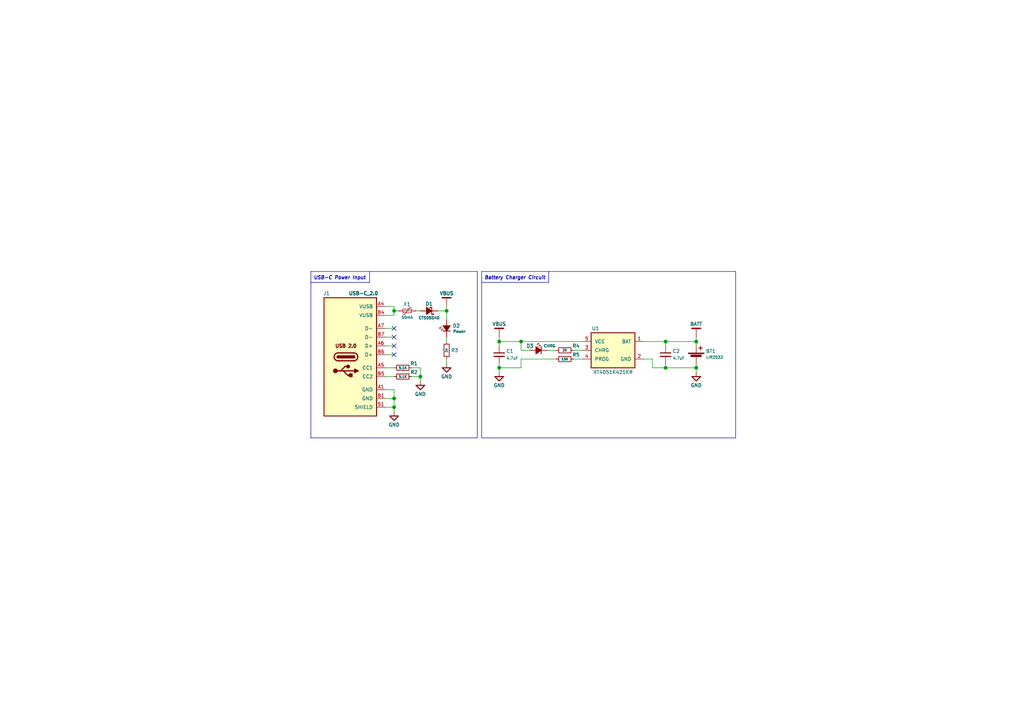
<source format=kicad_sch>
(kicad_sch (version 20210621) (generator eeschema)
  (paper "A4")
  (title_block (title "LIR2032 Battery Charger") (date "2021-11-15") (rev "2") (company "Curious Design Labs | Hojadurdy Durdygylyjov") (comment 1 "Charger for Single LIR2032 Li-Ion Coin Cell Battery") (comment 2 "CC BY-SA 4.0"))
  (lib_symbols
    (symbol "HDLib_Connector:USB-C_2.0" (pin_names (offset 1.016))
      (property "Reference" "J" (at -6.87 17.782 0))
      (property "Value" "USB-C_2.0" (at 5.196 17.839 0))
      (symbol "USB-C_2.0_0_0"
        (text "USB 2.0" (at -1.27 2.54 0) (effects (font (size 0.9906 0.9906) (thickness 20147.6968) bold)))
      )
      (symbol "USB-C_2.0_0_1"
        (rectangle (start -7.62 16.51) (end 7.62 -17.78) (stroke (width 0.3)) (fill (type background)))
        (circle (center -4.318 -4.699) (radius 0.508) (stroke (width 0.3556)) (fill (type outline)))
        (arc (start -3.556 -0.254) (mid -3.937 -0.635) (end -3.556 -1.016) (fill (type outline)))
        (arc (start -3.556 0.508) (mid -4.699 -0.635) (end -3.556 -1.778) (stroke (width 0.3556)))
        (circle (center -0.635 -3.429) (radius 0.381) (stroke (width 0.3556)) (fill (type outline)))
        (polyline (pts (xy -4.318 -4.699) (xy 1.27 -4.699)) (stroke (width 0.3556)))
        (polyline (pts (xy -3.556 0.508) (xy 1.016 0.508)) (stroke (width 0.3556)))
        (polyline (pts (xy -2.794 -4.699) (xy -1.524 -3.429)) (stroke (width 0.3556)))
        (polyline (pts (xy -1.524 -3.429) (xy -0.762 -3.429)) (stroke (width 0.3556)))
        (polyline (pts (xy -0.762 -5.969) (xy -2.032 -4.699)) (stroke (width 0.3556)))
        (polyline (pts (xy -0.762 -5.969) (xy 0 -5.969)) (stroke (width 0.3556)))
        (polyline (pts (xy 1.016 -1.778) (xy -3.556 -1.778)) (stroke (width 0.3556)))
        (polyline (pts (xy 1.27 -4.699) (xy 1.27 -5.207) (xy 2.286 -4.699) (xy 1.27 -4.191) (xy 1.27 -4.699)) (stroke (width 0.3556)) (fill (type outline)))
        (rectangle (start 0.508 -5.588) (end -0.254 -6.35) (stroke (width 0.3556)) (fill (type outline)))
        (arc (start 1.016 -1.778) (mid 2.159 -0.635) (end 1.016 0.508) (stroke (width 0.3556)))
        (arc (start 1.016 -1.016) (mid 1.397 -0.635) (end 1.016 -0.254) (fill (type outline)))
        (rectangle (start 1.016 -0.254) (end -3.556 -1.016) (fill (type outline)))
      )
      (symbol "USB-C_2.0_1_1"
        (pin power_in line (at 10.16 -10.16 180) (length 2.54) (name "GND") (number "A1"))
        (pin power_in line (at 10.16 13.97 180) (length 2.54) (name "VUSB") (number "A4"))
        (pin bidirectional line (at 10.16 -3.81 180) (length 2.54) (name "CC1") (number "A5"))
        (pin bidirectional line (at 10.16 2.54 180) (length 2.54) (name "D+") (number "A6"))
        (pin bidirectional line (at 10.16 7.62 180) (length 2.54) (name "D-") (number "A7"))
        (pin no_connect line (at -2.54 -20.32 90) (length 2.54) hide (name "SBU1") (number "A8"))
        (pin power_in line (at 10.16 -12.7 180) (length 2.54) (name "GND") (number "B1"))
        (pin power_in line (at 10.16 11.43 180) (length 2.54) (name "VUSB") (number "B4"))
        (pin bidirectional line (at 10.16 -6.35 180) (length 2.54) (name "CC2") (number "B5"))
        (pin bidirectional line (at 10.16 0 180) (length 2.54) (name "D+") (number "B6"))
        (pin bidirectional line (at 10.16 5.08 180) (length 2.54) (name "D-") (number "B7"))
        (pin no_connect line (at -5.08 -20.32 90) (length 2.54) hide (name "SBU2") (number "B8"))
        (pin passive line (at 10.16 -15.24 180) (length 2.54) (name "SHIELD") (number "S1"))
      )
    )
    (symbol "HDLib_Device:Battery_Cell" (pin_numbers hide) (pin_names (offset 0) hide)
      (property "Reference" "BT" (at 2.794 2.286 0))
      (property "Value" "Battery_Cell" (at 2.794 0.254 0))
      (symbol "Battery_Cell_0_1"
        (rectangle (start -2.286 0.508) (end 2.286 0.254) (fill (type outline)))
        (rectangle (start -1.5748 -0.0762) (end 1.4732 -0.5842) (fill (type outline)))
        (polyline (pts (xy 0.762 1.905) (xy 1.778 1.905)) (stroke (width 0.254)))
        (polyline (pts (xy 1.27 2.413) (xy 1.27 1.397)) (stroke (width 0.254)))
      )
      (symbol "Battery_Cell_1_1"
        (pin passive line (at 0 2.54 270) (length 2.2) (name "+") (number "1"))
        (pin passive line (at 0 -2.54 90) (length 2.2) (name "-") (number "2"))
      )
    )
    (symbol "HDLib_Device:D_Schottky" (pin_numbers hide) (pin_names (offset 0.254) hide)
      (property "Reference" "D" (at 0 2.54 0))
      (property "Value" "D_Schottky" (at 0 -2.54 0))
      (symbol "D_Schottky_0_1"
        (polyline (pts (xy 0.762 0) (xy -0.762 0)))
        (polyline (pts (xy -0.762 1.016) (xy 0.762 0) (xy -0.762 -1.016) (xy -0.762 1.016)) (stroke (width 0.254)) (fill (type outline)))
        (polyline (pts (xy 1.27 -0.762) (xy 1.27 -1.016) (xy 0.762 -1.016) (xy 0.762 1.016) (xy 0.254 1.016) (xy 0.254 0.762)) (stroke (width 0.254)))
      )
      (symbol "D_Schottky_1_1"
        (pin passive line (at 2.54 0 180) (length 1.778) (name "K") (number "1"))
        (pin passive line (at -2.54 0 0) (length 1.778) (name "A") (number "2"))
      )
    )
    (symbol "HDLib_Device:Polyfuse_Small" (pin_numbers hide) (pin_names (offset 0))
      (property "Reference" "F" (at 0 1.905 0))
      (property "Value" "Polyfuse_Small" (at 0 -1.905 0))
      (symbol "Polyfuse_Small_0_1"
        (polyline (pts (xy 2.54 0) (xy -2.54 0)))
        (polyline (pts (xy 1.27 1.016) (xy 0.762 1.016) (xy -0.762 -1.016) (xy -1.27 -1.016)))
        (rectangle (start 1.27 0.508) (end -1.27 -0.508))
      )
      (symbol "Polyfuse_Small_1_1"
        (pin passive line (at 2.54 0 180) (length 0.635) (name "~") (number "1"))
        (pin passive line (at -2.54 0 0) (length 0.635) (name "~") (number "2"))
      )
    )
    (symbol "HDLib_LED:LED_Small" (pin_numbers hide) (pin_names (offset 0.254) hide)
      (property "Reference" "D" (at 0 3.81 0))
      (property "Value" "LED_Small" (at 0 -2.54 0))
      (symbol "LED_Small_0_1"
        (polyline (pts (xy -0.762 -1.016) (xy -0.762 1.016)) (stroke (width 0.254)))
        (polyline (pts (xy 1.016 0) (xy -0.762 0)))
        (polyline (pts (xy 0.762 -1.016) (xy -0.762 0) (xy 0.762 1.016) (xy 0.762 -1.016)) (stroke (width 0.254)) (fill (type outline)))
        (polyline (pts (xy 0 1.016) (xy -0.508 1.524) (xy -0.254 1.524) (xy -0.508 1.524) (xy -0.508 1.27)))
        (polyline (pts (xy 0.508 1.524) (xy 0 2.032) (xy 0.254 2.032) (xy 0 2.032) (xy 0 1.778)))
      )
      (symbol "LED_Small_1_1"
        (pin passive line (at -2.54 0 0) (length 1.778) (name "K") (number "1"))
        (pin passive line (at 2.54 0 180) (length 1.778) (name "A") (number "2"))
      )
    )
    (symbol "HDLib_PMIC:XT4051K421KR" (pin_names (offset 1))
      (property "Reference" "U" (at -5.08 6.35 0))
      (property "Value" "XT4051K421KR" (at 0 -6.35 0))
      (symbol "XT4051K421KR_0_1"
        (rectangle (start -6.35 5.08) (end 6.35 -5.08) (stroke (width 0.3)) (fill (type background)))
      )
      (symbol "XT4051K421KR_1_1"
        (pin power_out line (at 8.89 2.54 180) (length 2.54) (name "BAT") (number "1"))
        (pin power_in line (at 8.89 -2.54 180) (length 2.54) (name "GND") (number "2"))
        (pin open_collector line (at -8.89 0 0) (length 2.54) (name "CHRG") (number "3"))
        (pin passive line (at -8.89 -2.54 0) (length 2.54) (name "PROG") (number "4"))
        (pin power_in line (at -8.89 2.54 0) (length 2.54) (name "VCC") (number "5"))
      )
    )
    (symbol "HDLib_Passives:C_Small" (pin_numbers hide) (pin_names (offset 0.254) hide)
      (property "Reference" "C" (at 2.032 1.016 0))
      (property "Value" "C_Small" (at 2.0828 -1.016 0))
      (symbol "C_Small_0_1"
        (polyline (pts (xy -1.524 -0.508) (xy 1.524 -0.508)) (stroke (width 0.3302)))
        (polyline (pts (xy -1.524 0.508) (xy 1.524 0.508)) (stroke (width 0.3048)))
      )
      (symbol "C_Small_1_1"
        (pin passive line (at 0 2.54 270) (length 2.032) (name "~") (number "1"))
        (pin passive line (at 0 -2.54 90) (length 2.032) (name "~") (number "2"))
      )
    )
    (symbol "HDLib_Passives:R_Small" (pin_numbers hide) (pin_names (offset 0.254) hide)
      (property "Reference" "R" (at 1.27 0 0))
      (property "Value" "R_Small" (at 0 0 90))
      (symbol "R_Small_0_1"
        (rectangle (start -0.762 1.778) (end 0.762 -1.778) (stroke (width 0.2032)))
      )
      (symbol "R_Small_1_1"
        (pin passive line (at 0 2.54 270) (length 0.762) (name "~") (number "1"))
        (pin passive line (at 0 -2.54 90) (length 0.762) (name "~") (number "2"))
      )
    )
    (symbol "HDLib_PowerSymbol:BATT" (power) (pin_names (offset 0))
      (property "Value" "BATT" (at 0 3.81 0))
      (symbol "BATT_0_1"
        (polyline (pts (xy -1.27 2.54) (xy 0 2.54)) (stroke (width 0.4)))
        (polyline (pts (xy 0 0) (xy 0 2.54)))
        (polyline (pts (xy 0 2.54) (xy 1.27 2.54)) (stroke (width 0.4)))
      )
      (symbol "BATT_1_1"
        (pin power_in line (at 0 0 90) (length 0) hide (name "BATT") (number "1"))
      )
    )
    (symbol "HDLib_PowerSymbol:GND" (power) (pin_names (offset 0))
      (property "Value" "GND" (at 0 -3.81 0))
      (symbol "GND_0_1"
        (polyline (pts (xy 0 -1.27) (xy 0 0)))
        (polyline (pts (xy 0 -1.27) (xy 0 -1.27) (xy 1.27 -1.27) (xy 0 -2.54) (xy -1.27 -1.27) (xy 0 -1.27)) (stroke (width 0.3)))
      )
      (symbol "GND_1_1"
        (pin power_in line (at 0 0 270) (length 0) hide (name "GND") (number "1"))
      )
    )
    (symbol "HDLib_PowerSymbol:VBUS" (power) (pin_names (offset 0))
      (property "Value" "VBUS" (at 0 3.81 0))
      (symbol "VBUS_0_1"
        (polyline (pts (xy -1.27 2.54) (xy 0 2.54)) (stroke (width 0.4)))
        (polyline (pts (xy 0 0) (xy 0 2.54)))
        (polyline (pts (xy 0 2.54) (xy 1.27 2.54)) (stroke (width 0.4)))
      )
      (symbol "VBUS_1_1"
        (pin power_in line (at 0 0 90) (length 0) hide (name "VBUS") (number "1"))
      )
    )
  )
  (junction (at 193.04 99.06))
  (junction (at 114.3 118.11))
  (junction (at 193.04 106.68))
  (junction (at 114.3 115.57))
  (junction (at 144.78 106.68))
  (junction (at 201.93 99.06))
  (junction (at 129.54 90.17))
  (junction (at 201.93 106.68))
  (junction (at 121.92 109.22))
  (junction (at 114.3 90.17))
  (junction (at 144.78 99.06))
  (junction (at 151.13 99.06))
  (no_connect (at 114.3 97.79))
  (no_connect (at 114.3 102.87))
  (no_connect (at 114.3 95.25))
  (no_connect (at 114.3 100.33))
  (wire (pts (xy 193.04 106.68) (xy 201.93 106.68)))
  (wire (pts (xy 161.29 104.14) (xy 151.13 104.14)))
  (wire (pts (xy 151.13 104.14) (xy 151.13 106.68)))
  (wire (pts (xy 151.13 106.68) (xy 144.78 106.68)))
  (wire (pts (xy 151.13 99.06) (xy 168.91 99.06)))
  (wire (pts (xy 114.3 90.17) (xy 115.57 90.17)))
  (wire (pts (xy 144.78 99.06) (xy 151.13 99.06)))
  (polyline (pts (xy 138.43 78.74) (xy 138.43 127)) (stroke (width 0.152) (type solid)))
  (wire (pts (xy 129.54 90.17) (xy 129.54 92.71)))
  (wire (pts (xy 129.54 88.9) (xy 129.54 90.17)))
  (wire (pts (xy 201.93 105.41) (xy 201.93 106.68)))
  (wire (pts (xy 201.93 106.68) (xy 201.93 107.95)))
  (wire (pts (xy 111.76 106.68) (xy 114.3 106.68)))
  (wire (pts (xy 127 90.17) (xy 129.54 90.17)))
  (polyline (pts (xy 90.17 127) (xy 90.17 78.74)) (stroke (width 0.152) (type solid)))
  (polyline (pts (xy 213.36 127) (xy 139.7 127)) (stroke (width 0.152) (type solid)))
  (wire (pts (xy 114.3 118.11) (xy 114.3 119.38)))
  (wire (pts (xy 111.76 118.11) (xy 114.3 118.11)))
  (wire (pts (xy 193.04 105.41) (xy 193.04 106.68)))
  (wire (pts (xy 158.75 101.6) (xy 161.29 101.6)))
  (wire (pts (xy 151.13 101.6) (xy 151.13 99.06)))
  (wire (pts (xy 153.67 101.6) (xy 151.13 101.6)))
  (wire (pts (xy 111.76 115.57) (xy 114.3 115.57)))
  (wire (pts (xy 114.3 115.57) (xy 114.3 118.11)))
  (wire (pts (xy 166.37 104.14) (xy 168.91 104.14)))
  (wire (pts (xy 111.76 91.44) (xy 114.3 91.44)))
  (wire (pts (xy 114.3 90.17) (xy 114.3 91.44)))
  (wire (pts (xy 114.3 88.9) (xy 114.3 90.17)))
  (polyline (pts (xy 138.43 127) (xy 90.17 127)) (stroke (width 0.152) (type solid)))
  (polyline (pts (xy 213.36 78.74) (xy 213.36 127)) (stroke (width 0.152) (type solid)))
  (wire (pts (xy 111.76 97.79) (xy 114.3 97.79)))
  (wire (pts (xy 111.76 95.25) (xy 114.3 95.25)))
  (wire (pts (xy 129.54 97.79) (xy 129.54 99.06)))
  (wire (pts (xy 193.04 99.06) (xy 193.04 100.33)))
  (wire (pts (xy 111.76 102.87) (xy 114.3 102.87)))
  (wire (pts (xy 120.65 90.17) (xy 121.92 90.17)))
  (wire (pts (xy 111.76 100.33) (xy 114.3 100.33)))
  (wire (pts (xy 186.69 99.06) (xy 193.04 99.06)))
  (wire (pts (xy 201.93 99.06) (xy 201.93 100.33)))
  (wire (pts (xy 201.93 97.79) (xy 201.93 99.06)))
  (wire (pts (xy 193.04 99.06) (xy 201.93 99.06)))
  (polyline (pts (xy 213.36 78.74) (xy 139.7 78.74)) (stroke (width 0.152) (type solid)))
  (wire (pts (xy 129.54 104.14) (xy 129.54 105.41)))
  (wire (pts (xy 119.38 106.68) (xy 121.92 106.68)))
  (wire (pts (xy 121.92 106.68) (xy 121.92 109.22)))
  (polyline (pts (xy 107.188 81.915) (xy 107.188 78.74)) (stroke (width 0.152) (type solid)))
  (wire (pts (xy 111.76 113.03) (xy 114.3 113.03)))
  (wire (pts (xy 114.3 113.03) (xy 114.3 115.57)))
  (polyline (pts (xy 159.131 81.915) (xy 159.131 78.74)) (stroke (width 0.152) (type solid)))
  (wire (pts (xy 166.37 101.6) (xy 168.91 101.6)))
  (polyline (pts (xy 139.7 127) (xy 139.7 78.74)) (stroke (width 0.152) (type solid)))
  (polyline (pts (xy 139.7 81.915) (xy 159.131 81.915)) (stroke (width 0.152) (type solid)))
  (wire (pts (xy 186.69 104.14) (xy 189.23 104.14)))
  (wire (pts (xy 189.23 106.68) (xy 193.04 106.68)))
  (wire (pts (xy 189.23 104.14) (xy 189.23 106.68)))
  (polyline (pts (xy 138.43 78.74) (xy 90.17 78.74)) (stroke (width 0.152) (type solid)))
  (wire (pts (xy 144.78 99.06) (xy 144.78 100.33)))
  (wire (pts (xy 144.78 97.79) (xy 144.78 99.06)))
  (wire (pts (xy 111.76 88.9) (xy 114.3 88.9)))
  (polyline (pts (xy 90.17 81.915) (xy 107.188 81.915)) (stroke (width 0.152) (type solid)))
  (wire (pts (xy 111.76 109.22) (xy 114.3 109.22)))
  (wire (pts (xy 144.78 105.41) (xy 144.78 106.68)))
  (wire (pts (xy 144.78 106.68) (xy 144.78 107.95)))
  (wire (pts (xy 119.38 109.22) (xy 121.92 109.22)))
  (wire (pts (xy 121.92 109.22) (xy 121.92 110.49)))
  (text "USB-C Power Input" (at 90.932 81.28 0) (effects (font (size 1 1) (thickness 0.2) bold italic) (justify left bottom)))
  (text "Battery Charger Circuit" (at 140.462 81.28 0) (effects (font (size 1 1) (thickness 0.2) bold italic) (justify left bottom)))
  (symbol (lib_id "HDLib_Passives:R_Small") (at 163.83 104.14 90) (unit 1)
    (property "Reference" "R5" (at 168.148 102.87 90) (effects (font (size 1 1)) (justify left)))
    (property "Value" "15K" (at 163.83 104.14 90) (effects (font (size 0.7 0.7))))
    (property "Footprint" "HDMod_Resistor_SMD:R_0402_1005Metric" (effects hide))
  )
  (symbol (lib_id "HDLib_Device:Polyfuse_Small") (at 118.11 90.17 0) (unit 1)
    (property "Reference" "F1" (at 118.11 88.265 0) (effects (font (size 1 1))))
    (property "Value" "50mA" (at 118.11 92.075 0) (effects (font (size 0.8 0.8))))
    (property "Footprint" "HDMod_Fuse:Fuse_0402_1005Metric" (effects hide))
  )
  (symbol (lib_id "HDLib_PowerSymbol:VBUS") (at 144.78 97.79 0) (unit 1)
    (property "Reference" "#PWR0101" (effects hide))
    (property "Value" "VBUS" (at 144.78 93.98 0) (effects (font (size 1 1) bold)))
  )
  (symbol (lib_id "HDLib_PowerSymbol:GND") (at 121.92 110.49 0) (unit 1)
    (property "Reference" "#PWR0103" (effects hide))
    (property "Value" "GND" (at 121.92 114.3 0) (effects (font (size 1 1) bold)))
  )
  (symbol (lib_id "HDLib_PowerSymbol:GND") (at 144.78 107.95 0) (unit 1)
    (property "Reference" "#PWR0102" (effects hide))
    (property "Value" "GND" (at 144.78 111.76 0) (effects (font (size 1 1) bold)))
  )
  (symbol (lib_id "HDLib_Device:Battery_Cell") (at 201.93 102.87 0) (unit 1)
    (property "Reference" "BT1" (at 204.724 101.854 0) (effects (font (size 1 1)) (justify left)))
    (property "Value" "LIR2032" (at 204.7748 103.632 0) (effects (font (size 0.8 0.8)) (justify left)))
    (property "Footprint" "HDMod_Battery_Holder_SMD:BatteryHolder_Keystone_1060_1x2032" (effects hide))
  )
  (symbol (lib_id "HDLib_PowerSymbol:GND") (at 114.3 119.38 0) (unit 1)
    (property "Reference" "#PWR0105" (effects hide))
    (property "Value" "GND" (at 114.3 123.19 0) (effects (font (size 1 1) bold)))
  )
  (symbol (lib_id "HDLib_Passives:C_Small") (at 144.78 102.87 0) (unit 1)
    (property "Reference" "C1" (at 146.812 101.854 0) (effects (font (size 1 1)) (justify left)))
    (property "Value" "4.7uF" (at 146.8628 103.886 0) (effects (font (size 0.8 0.8)) (justify left)))
    (property "Footprint" "HDMod_Capacitor_SMD:C_0402_1005Metric" (effects hide))
  )
  (symbol (lib_id "HDLib_Passives:R_Small") (at 116.84 106.68 90) (unit 1)
    (property "Reference" "R1" (at 121.158 105.41 90) (effects (font (size 1 1)) (justify left)))
    (property "Value" "5.1K" (at 116.84 106.68 90) (effects (font (size 0.7 0.7))))
    (property "Footprint" "HDMod_Resistor_SMD:R_0402_1005Metric" (effects hide))
  )
  (symbol (lib_id "HDLib_PowerSymbol:GND") (at 129.54 105.41 0) (unit 1)
    (property "Reference" "#PWR0106" (effects hide))
    (property "Value" "GND" (at 129.54 109.22 0) (effects (font (size 1 1) bold)))
  )
  (symbol (lib_id "HDLib_PMIC:XT4051K421KR") (at 177.8 101.6 0) (unit 1)
    (property "Reference" "U1" (at 172.72 95.25 0) (effects (font (size 1 1))))
    (property "Value" "XT4051K421KR" (at 177.8 107.95 0) (effects (font (size 1 1))))
    (property "Footprint" "HDMod_Package_TO_SOT_SMD:SOT-553" (effects hide))
    (property "Datasheet" "https://datasheet.lcsc.com/szlcsc/1809140225_NATLINEAR-XT4051K421KR-G_C219186.pdf" (effects hide))
  )
  (symbol (lib_id "HDLib_Passives:R_Small") (at 129.54 101.6 0) (unit 1)
    (property "Reference" "R3" (at 130.81 101.6 0) (effects (font (size 1 1)) (justify left)))
    (property "Value" "3K" (at 129.54 101.6 90) (effects (font (size 0.7 0.7))))
    (property "Footprint" "HDMod_Resistor_SMD:R_0402_1005Metric" (effects hide))
  )
  (symbol (lib_id "HDLib_PowerSymbol:GND") (at 201.93 107.95 0) (unit 1)
    (property "Reference" "#PWR0107" (effects hide))
    (property "Value" "GND" (at 201.93 111.76 0) (effects (font (size 1 1) bold)))
  )
  (symbol (lib_id "HDLib_Connector:USB-C_2.0") (at 101.6 102.87 0) (unit 1)
    (property "Reference" "J1" (at 94.73 85.088 0) (effects (font (size 1 1))))
    (property "Value" "USB-C_2.0" (at 105.41 85.09 0) (effects (font (size 1 1) (thickness 20785.0344))))
    (property "Footprint" "HDMod_Connector_SMD:HRO_TYPE-C-31-M-12" (effects hide))
    (property "Datasheet" "https://www.usb.org/sites/default/files/documents/usb_type-c.zip" (effects hide))
  )
  (symbol (lib_id "HDLib_PowerSymbol:VBUS") (at 129.54 88.9 0) (unit 1)
    (property "Reference" "#PWR0104" (effects hide))
    (property "Value" "VBUS" (at 129.54 85.09 0) (effects (font (size 1 1) bold)))
  )
  (symbol (lib_id "HDLib_PowerSymbol:BATT") (at 201.93 97.79 0) (unit 1)
    (property "Reference" "#PWR0108" (effects hide))
    (property "Value" "BATT" (at 201.93 93.98 0) (effects (font (size 1 1) bold)))
  )
  (symbol (lib_id "HDLib_LED:LED_Small") (at 156.21 101.6 0) (mirror y) (unit 1)
    (property "Reference" "D3" (at 153.67 100.33 0) (effects (font (size 1 1))))
    (property "Value" "CHRG" (at 159.385 100.33 0) (effects (font (size 0.8 0.8))))
    (property "Footprint" "HDMod_LED_SMD:LED_0402_1005Metric" (effects hide))
  )
  (symbol (lib_id "HDLib_Device:D_Schottky") (at 124.46 90.17 0) (unit 1)
    (property "Reference" "D1" (at 124.46 88.138 0) (effects (font (size 1 1))))
    (property "Value" "CTS05S40" (at 124.46 92.202 0) (effects (font (size 0.8 0.8))))
    (property "Footprint" "HDMod_Diode_SMD:CST2" (effects hide))
  )
  (symbol (lib_id "HDLib_Passives:R_Small") (at 116.84 109.22 90) (unit 1)
    (property "Reference" "R2" (at 121.158 107.95 90) (effects (font (size 1 1)) (justify left)))
    (property "Value" "5.1K" (at 116.84 109.22 90) (effects (font (size 0.7 0.7))))
    (property "Footprint" "HDMod_Resistor_SMD:R_0402_1005Metric" (effects hide))
  )
  (symbol (lib_id "HDLib_Passives:C_Small") (at 193.04 102.87 0) (unit 1)
    (property "Reference" "C2" (at 195.072 101.854 0) (effects (font (size 1 1)) (justify left)))
    (property "Value" "4.7uF" (at 195.1228 103.886 0) (effects (font (size 0.8 0.8)) (justify left)))
    (property "Footprint" "HDMod_Capacitor_SMD:C_0402_1005Metric" (effects hide))
  )
  (symbol (lib_id "HDLib_Passives:R_Small") (at 163.83 101.6 90) (unit 1)
    (property "Reference" "R4" (at 168.148 100.33 90) (effects (font (size 1 1)) (justify left)))
    (property "Value" "2K" (at 163.83 101.6 90) (effects (font (size 0.7 0.7))))
    (property "Footprint" "HDMod_Resistor_SMD:R_0402_1005Metric" (effects hide))
  )
  (symbol (lib_id "HDLib_LED:LED_Small") (at 129.54 95.25 90) (unit 1)
    (property "Reference" "D2" (at 132.334 94.488 90) (effects (font (size 1 1))))
    (property "Value" "Power" (at 133.223 96.139 90) (effects (font (size 0.8 0.8))))
    (property "Footprint" "HDMod_LED_SMD:LED_0402_1005Metric" (effects hide))
  )
)
</source>
